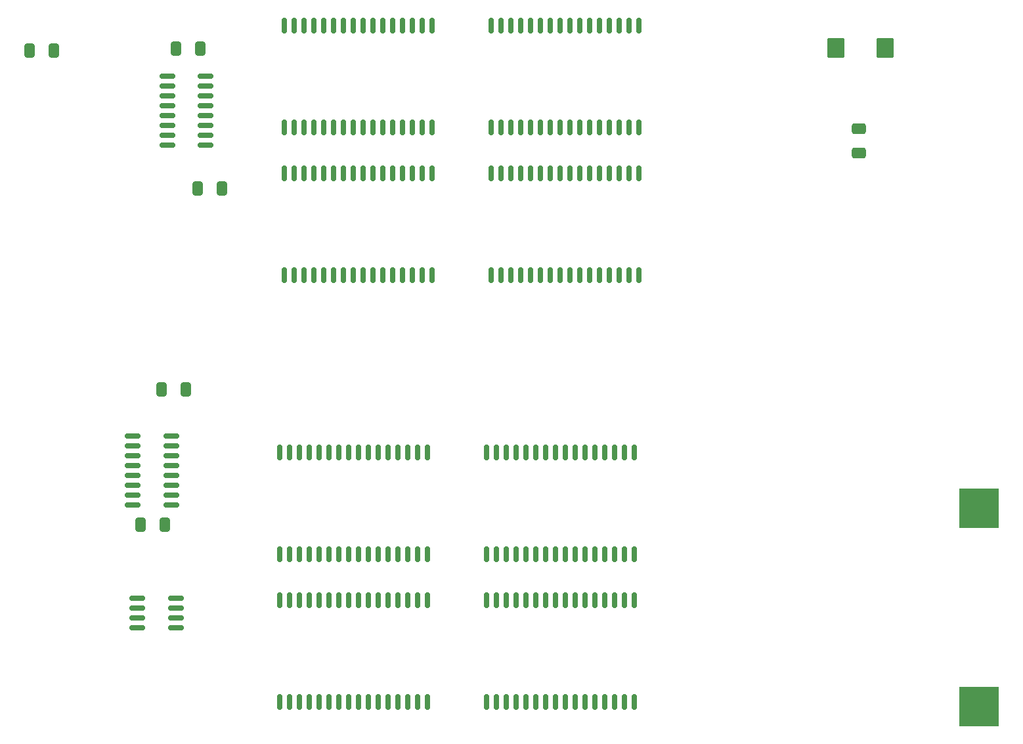
<source format=gbr>
G04 #@! TF.GenerationSoftware,KiCad,Pcbnew,8.0.9-8.0.9-0~ubuntu22.04.1*
G04 #@! TF.CreationDate,2025-03-29T10:12:52+01:00*
G04 #@! TF.ProjectId,CPU09RAM,43505530-3952-4414-9d2e-6b696361645f,rev?*
G04 #@! TF.SameCoordinates,Original*
G04 #@! TF.FileFunction,Paste,Top*
G04 #@! TF.FilePolarity,Positive*
%FSLAX46Y46*%
G04 Gerber Fmt 4.6, Leading zero omitted, Abs format (unit mm)*
G04 Created by KiCad (PCBNEW 8.0.9-8.0.9-0~ubuntu22.04.1) date 2025-03-29 10:12:52*
%MOMM*%
%LPD*%
G01*
G04 APERTURE LIST*
G04 Aperture macros list*
%AMRoundRect*
0 Rectangle with rounded corners*
0 $1 Rounding radius*
0 $2 $3 $4 $5 $6 $7 $8 $9 X,Y pos of 4 corners*
0 Add a 4 corners polygon primitive as box body*
4,1,4,$2,$3,$4,$5,$6,$7,$8,$9,$2,$3,0*
0 Add four circle primitives for the rounded corners*
1,1,$1+$1,$2,$3*
1,1,$1+$1,$4,$5*
1,1,$1+$1,$6,$7*
1,1,$1+$1,$8,$9*
0 Add four rect primitives between the rounded corners*
20,1,$1+$1,$2,$3,$4,$5,0*
20,1,$1+$1,$4,$5,$6,$7,0*
20,1,$1+$1,$6,$7,$8,$9,0*
20,1,$1+$1,$8,$9,$2,$3,0*%
G04 Aperture macros list end*
%ADD10RoundRect,0.150000X0.825000X0.150000X-0.825000X0.150000X-0.825000X-0.150000X0.825000X-0.150000X0*%
%ADD11RoundRect,0.150000X0.150000X-0.875000X0.150000X0.875000X-0.150000X0.875000X-0.150000X-0.875000X0*%
%ADD12RoundRect,0.250000X0.412500X0.650000X-0.412500X0.650000X-0.412500X-0.650000X0.412500X-0.650000X0*%
%ADD13RoundRect,0.150000X-0.825000X-0.150000X0.825000X-0.150000X0.825000X0.150000X-0.825000X0.150000X0*%
%ADD14RoundRect,0.250000X0.875000X1.025000X-0.875000X1.025000X-0.875000X-1.025000X0.875000X-1.025000X0*%
%ADD15RoundRect,0.250000X-0.650000X0.412500X-0.650000X-0.412500X0.650000X-0.412500X0.650000X0.412500X0*%
%ADD16R,5.100000X5.100000*%
G04 APERTURE END LIST*
D10*
X106615000Y-133350000D03*
X106615000Y-132080000D03*
X106615000Y-130810000D03*
X106615000Y-129540000D03*
X101665000Y-129540000D03*
X101665000Y-130810000D03*
X101665000Y-132080000D03*
X101665000Y-133350000D03*
D11*
X120015000Y-123825000D03*
X121285000Y-123825000D03*
X122555000Y-123825000D03*
X123825000Y-123825000D03*
X125095000Y-123825000D03*
X126365000Y-123825000D03*
X127635000Y-123825000D03*
X128905000Y-123825000D03*
X130175000Y-123825000D03*
X131445000Y-123825000D03*
X132715000Y-123825000D03*
X133985000Y-123825000D03*
X135255000Y-123825000D03*
X136525000Y-123825000D03*
X137795000Y-123825000D03*
X139065000Y-123825000D03*
X139065000Y-110725000D03*
X137795000Y-110725000D03*
X136525000Y-110725000D03*
X135255000Y-110725000D03*
X133985000Y-110725000D03*
X132715000Y-110725000D03*
X131445000Y-110725000D03*
X130175000Y-110725000D03*
X128905000Y-110725000D03*
X127635000Y-110725000D03*
X126365000Y-110725000D03*
X125095000Y-110725000D03*
X123825000Y-110725000D03*
X122555000Y-110725000D03*
X121285000Y-110725000D03*
X120015000Y-110725000D03*
D12*
X90882000Y-58928000D03*
X87757000Y-58928000D03*
X112599000Y-76708000D03*
X109474000Y-76708000D03*
D11*
X120015000Y-142875000D03*
X121285000Y-142875000D03*
X122555000Y-142875000D03*
X123825000Y-142875000D03*
X125095000Y-142875000D03*
X126365000Y-142875000D03*
X127635000Y-142875000D03*
X128905000Y-142875000D03*
X130175000Y-142875000D03*
X131445000Y-142875000D03*
X132715000Y-142875000D03*
X133985000Y-142875000D03*
X135255000Y-142875000D03*
X136525000Y-142875000D03*
X137795000Y-142875000D03*
X139065000Y-142875000D03*
X139065000Y-129775000D03*
X137795000Y-129775000D03*
X136525000Y-129775000D03*
X135255000Y-129775000D03*
X133985000Y-129775000D03*
X132715000Y-129775000D03*
X131445000Y-129775000D03*
X130175000Y-129775000D03*
X128905000Y-129775000D03*
X127635000Y-129775000D03*
X126365000Y-129775000D03*
X125095000Y-129775000D03*
X123825000Y-129775000D03*
X122555000Y-129775000D03*
X121285000Y-129775000D03*
X120015000Y-129775000D03*
D13*
X105540000Y-62230000D03*
X105540000Y-63500000D03*
X105540000Y-64770000D03*
X105540000Y-66040000D03*
X105540000Y-67310000D03*
X105540000Y-68580000D03*
X105540000Y-69850000D03*
X105540000Y-71120000D03*
X110490000Y-71120000D03*
X110490000Y-69850000D03*
X110490000Y-68580000D03*
X110490000Y-67310000D03*
X110490000Y-66040000D03*
X110490000Y-64770000D03*
X110490000Y-63500000D03*
X110490000Y-62230000D03*
D12*
X109805000Y-58674000D03*
X106680000Y-58674000D03*
D11*
X147320000Y-68780000D03*
X148590000Y-68780000D03*
X149860000Y-68780000D03*
X151130000Y-68780000D03*
X152400000Y-68780000D03*
X153670000Y-68780000D03*
X154940000Y-68780000D03*
X156210000Y-68780000D03*
X157480000Y-68780000D03*
X158750000Y-68780000D03*
X160020000Y-68780000D03*
X161290000Y-68780000D03*
X162560000Y-68780000D03*
X163830000Y-68780000D03*
X165100000Y-68780000D03*
X166370000Y-68780000D03*
X166370000Y-55680000D03*
X165100000Y-55680000D03*
X163830000Y-55680000D03*
X162560000Y-55680000D03*
X161290000Y-55680000D03*
X160020000Y-55680000D03*
X158750000Y-55680000D03*
X157480000Y-55680000D03*
X156210000Y-55680000D03*
X154940000Y-55680000D03*
X153670000Y-55680000D03*
X152400000Y-55680000D03*
X151130000Y-55680000D03*
X149860000Y-55680000D03*
X148590000Y-55680000D03*
X147320000Y-55680000D03*
D12*
X105233000Y-120015000D03*
X102108000Y-120015000D03*
D11*
X146685000Y-123825000D03*
X147955000Y-123825000D03*
X149225000Y-123825000D03*
X150495000Y-123825000D03*
X151765000Y-123825000D03*
X153035000Y-123825000D03*
X154305000Y-123825000D03*
X155575000Y-123825000D03*
X156845000Y-123825000D03*
X158115000Y-123825000D03*
X159385000Y-123825000D03*
X160655000Y-123825000D03*
X161925000Y-123825000D03*
X163195000Y-123825000D03*
X164465000Y-123825000D03*
X165735000Y-123825000D03*
X165735000Y-110725000D03*
X164465000Y-110725000D03*
X163195000Y-110725000D03*
X161925000Y-110725000D03*
X160655000Y-110725000D03*
X159385000Y-110725000D03*
X158115000Y-110725000D03*
X156845000Y-110725000D03*
X155575000Y-110725000D03*
X154305000Y-110725000D03*
X153035000Y-110725000D03*
X151765000Y-110725000D03*
X150495000Y-110725000D03*
X149225000Y-110725000D03*
X147955000Y-110725000D03*
X146685000Y-110725000D03*
X120650000Y-87830000D03*
X121920000Y-87830000D03*
X123190000Y-87830000D03*
X124460000Y-87830000D03*
X125730000Y-87830000D03*
X127000000Y-87830000D03*
X128270000Y-87830000D03*
X129540000Y-87830000D03*
X130810000Y-87830000D03*
X132080000Y-87830000D03*
X133350000Y-87830000D03*
X134620000Y-87830000D03*
X135890000Y-87830000D03*
X137160000Y-87830000D03*
X138430000Y-87830000D03*
X139700000Y-87830000D03*
X139700000Y-74730000D03*
X138430000Y-74730000D03*
X137160000Y-74730000D03*
X135890000Y-74730000D03*
X134620000Y-74730000D03*
X133350000Y-74730000D03*
X132080000Y-74730000D03*
X130810000Y-74730000D03*
X129540000Y-74730000D03*
X128270000Y-74730000D03*
X127000000Y-74730000D03*
X125730000Y-74730000D03*
X124460000Y-74730000D03*
X123190000Y-74730000D03*
X121920000Y-74730000D03*
X120650000Y-74730000D03*
X147320000Y-87830000D03*
X148590000Y-87830000D03*
X149860000Y-87830000D03*
X151130000Y-87830000D03*
X152400000Y-87830000D03*
X153670000Y-87830000D03*
X154940000Y-87830000D03*
X156210000Y-87830000D03*
X157480000Y-87830000D03*
X158750000Y-87830000D03*
X160020000Y-87830000D03*
X161290000Y-87830000D03*
X162560000Y-87830000D03*
X163830000Y-87830000D03*
X165100000Y-87830000D03*
X166370000Y-87830000D03*
X166370000Y-74730000D03*
X165100000Y-74730000D03*
X163830000Y-74730000D03*
X162560000Y-74730000D03*
X161290000Y-74730000D03*
X160020000Y-74730000D03*
X158750000Y-74730000D03*
X157480000Y-74730000D03*
X156210000Y-74730000D03*
X154940000Y-74730000D03*
X153670000Y-74730000D03*
X152400000Y-74730000D03*
X151130000Y-74730000D03*
X149860000Y-74730000D03*
X148590000Y-74730000D03*
X147320000Y-74730000D03*
D14*
X198120000Y-58547000D03*
X191720000Y-58547000D03*
D12*
X107900000Y-102616000D03*
X104775000Y-102616000D03*
D13*
X101095000Y-108585000D03*
X101095000Y-109855000D03*
X101095000Y-111125000D03*
X101095000Y-112395000D03*
X101095000Y-113665000D03*
X101095000Y-114935000D03*
X101095000Y-116205000D03*
X101095000Y-117475000D03*
X106045000Y-117475000D03*
X106045000Y-116205000D03*
X106045000Y-114935000D03*
X106045000Y-113665000D03*
X106045000Y-112395000D03*
X106045000Y-111125000D03*
X106045000Y-109855000D03*
X106045000Y-108585000D03*
D15*
X194691000Y-69011000D03*
X194691000Y-72136000D03*
D11*
X146685000Y-142875000D03*
X147955000Y-142875000D03*
X149225000Y-142875000D03*
X150495000Y-142875000D03*
X151765000Y-142875000D03*
X153035000Y-142875000D03*
X154305000Y-142875000D03*
X155575000Y-142875000D03*
X156845000Y-142875000D03*
X158115000Y-142875000D03*
X159385000Y-142875000D03*
X160655000Y-142875000D03*
X161925000Y-142875000D03*
X163195000Y-142875000D03*
X164465000Y-142875000D03*
X165735000Y-142875000D03*
X165735000Y-129775000D03*
X164465000Y-129775000D03*
X163195000Y-129775000D03*
X161925000Y-129775000D03*
X160655000Y-129775000D03*
X159385000Y-129775000D03*
X158115000Y-129775000D03*
X156845000Y-129775000D03*
X155575000Y-129775000D03*
X154305000Y-129775000D03*
X153035000Y-129775000D03*
X151765000Y-129775000D03*
X150495000Y-129775000D03*
X149225000Y-129775000D03*
X147955000Y-129775000D03*
X146685000Y-129775000D03*
X120650000Y-68780000D03*
X121920000Y-68780000D03*
X123190000Y-68780000D03*
X124460000Y-68780000D03*
X125730000Y-68780000D03*
X127000000Y-68780000D03*
X128270000Y-68780000D03*
X129540000Y-68780000D03*
X130810000Y-68780000D03*
X132080000Y-68780000D03*
X133350000Y-68780000D03*
X134620000Y-68780000D03*
X135890000Y-68780000D03*
X137160000Y-68780000D03*
X138430000Y-68780000D03*
X139700000Y-68780000D03*
X139700000Y-55680000D03*
X138430000Y-55680000D03*
X137160000Y-55680000D03*
X135890000Y-55680000D03*
X134620000Y-55680000D03*
X133350000Y-55680000D03*
X132080000Y-55680000D03*
X130810000Y-55680000D03*
X129540000Y-55680000D03*
X128270000Y-55680000D03*
X127000000Y-55680000D03*
X125730000Y-55680000D03*
X124460000Y-55680000D03*
X123190000Y-55680000D03*
X121920000Y-55680000D03*
X120650000Y-55680000D03*
D16*
X210207244Y-117883000D03*
X210207244Y-143483000D03*
M02*

</source>
